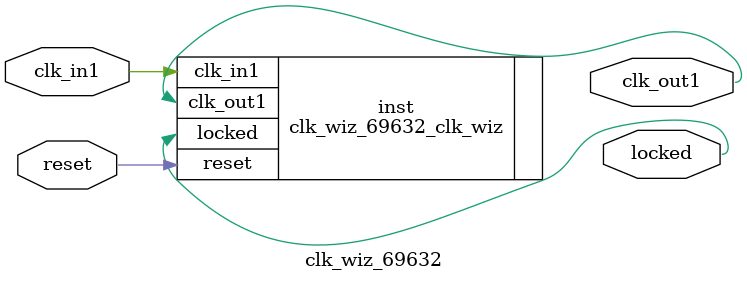
<source format=v>


`timescale 1ps/1ps

(* CORE_GENERATION_INFO = "clk_wiz_69632,clk_wiz_v6_0_12_0_0,{component_name=clk_wiz_69632,use_phase_alignment=true,use_min_o_jitter=false,use_max_i_jitter=false,use_dyn_phase_shift=false,use_inclk_switchover=false,use_dyn_reconfig=false,enable_axi=0,feedback_source=FDBK_AUTO,PRIMITIVE=MMCM,num_out_clk=1,clkin1_period=10.000,clkin2_period=10.000,use_power_down=false,use_reset=true,use_locked=true,use_inclk_stopped=false,feedback_type=SINGLE,CLOCK_MGR_TYPE=NA,manual_override=false}" *)

module clk_wiz_69632 
 (
  // Clock out ports
  output        clk_out1,
  // Status and control signals
  input         reset,
  output        locked,
 // Clock in ports
  input         clk_in1
 );

  clk_wiz_69632_clk_wiz inst
  (
  // Clock out ports  
  .clk_out1(clk_out1),
  // Status and control signals               
  .reset(reset), 
  .locked(locked),
 // Clock in ports
  .clk_in1(clk_in1)
  );

endmodule

</source>
